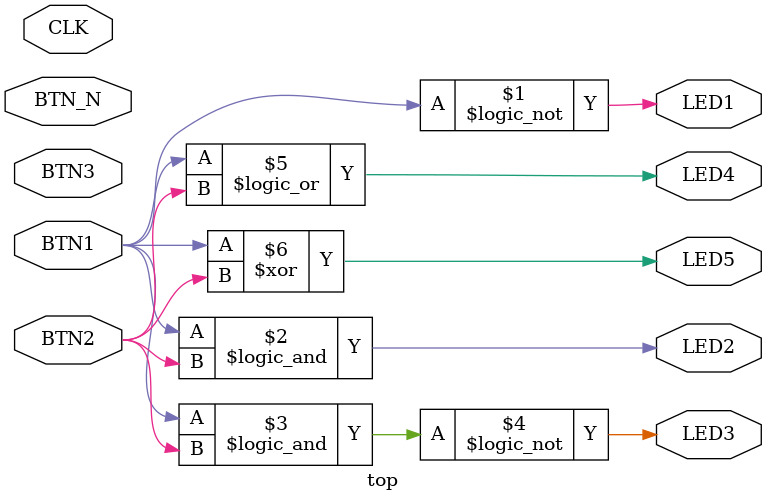
<source format=v>
`default_nettype none

module top (
	input CLK,
	input  BTN_N, BTN1, BTN2, BTN3,
	output LED1, LED2, LED3, LED4, LED5,
);

	// Combinatorial logic using 2 inputs, Button 1 and Button 2
	assign LED1 = !BTN1;                // Not operator example
	assign LED2 = BTN1 && BTN2;         // And operator example
	assign LED3 = !(BTN1 && BTN2);      // Nand operator example
	assign LED4 = BTN1 || BTN2;         // Or operator example
	assign LED5 = BTN1 ^ BTN2; 			// Xor example

endmodule //top

</source>
